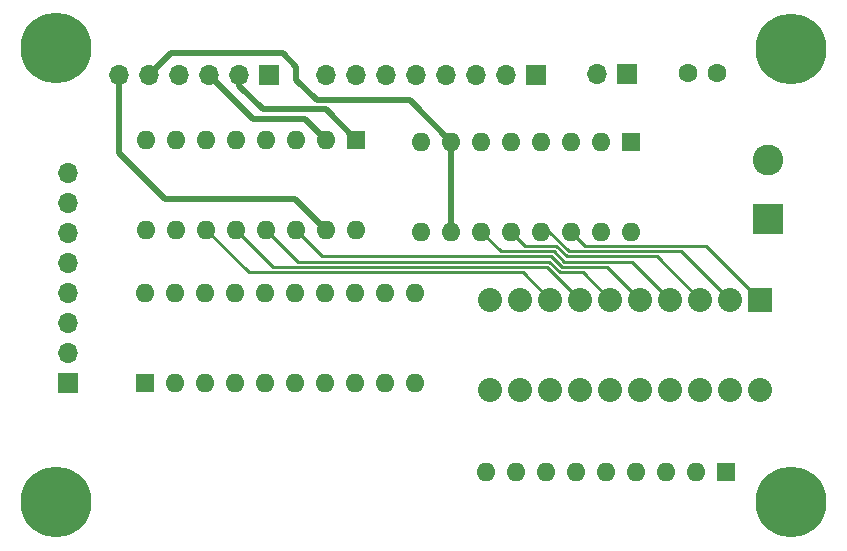
<source format=gbr>
%TF.GenerationSoftware,KiCad,Pcbnew,(5.1.9-0-10_14)*%
%TF.CreationDate,2021-06-19T00:06:11-04:00*%
%TF.ProjectId,COUNTER,434f554e-5445-4522-9e6b-696361645f70,rev?*%
%TF.SameCoordinates,Original*%
%TF.FileFunction,Copper,L2,Inr*%
%TF.FilePolarity,Positive*%
%FSLAX46Y46*%
G04 Gerber Fmt 4.6, Leading zero omitted, Abs format (unit mm)*
G04 Created by KiCad (PCBNEW (5.1.9-0-10_14)) date 2021-06-19 00:06:11*
%MOMM*%
%LPD*%
G01*
G04 APERTURE LIST*
%TA.AperFunction,ComponentPad*%
%ADD10O,1.700000X1.700000*%
%TD*%
%TA.AperFunction,ComponentPad*%
%ADD11R,1.700000X1.700000*%
%TD*%
%TA.AperFunction,ComponentPad*%
%ADD12C,0.800000*%
%TD*%
%TA.AperFunction,ComponentPad*%
%ADD13C,6.000000*%
%TD*%
%TA.AperFunction,ComponentPad*%
%ADD14O,1.600000X1.600000*%
%TD*%
%TA.AperFunction,ComponentPad*%
%ADD15R,1.600000X1.600000*%
%TD*%
%TA.AperFunction,ComponentPad*%
%ADD16C,2.032000*%
%TD*%
%TA.AperFunction,ComponentPad*%
%ADD17R,2.032000X2.032000*%
%TD*%
%TA.AperFunction,ComponentPad*%
%ADD18C,2.600000*%
%TD*%
%TA.AperFunction,ComponentPad*%
%ADD19R,2.600000X2.600000*%
%TD*%
%TA.AperFunction,ComponentPad*%
%ADD20C,1.600000*%
%TD*%
%TA.AperFunction,Conductor*%
%ADD21C,0.500000*%
%TD*%
%TA.AperFunction,Conductor*%
%ADD22C,0.250000*%
%TD*%
G04 APERTURE END LIST*
D10*
%TO.N,CARRY_OUT*%
%TO.C,J22*%
X85595500Y-36806000D03*
%TO.N,CE*%
X88135500Y-36806000D03*
%TO.N,OE*%
X90675500Y-36806000D03*
%TO.N,CLOCK*%
X93215500Y-36806000D03*
%TO.N,RESET*%
X95755500Y-36806000D03*
D11*
%TO.N,JUMP*%
X98295500Y-36806000D03*
%TD*%
D12*
%TO.N,N/C*%
%TO.C,REF\u002A\u002A*%
X144082490Y-71427510D03*
X142491500Y-70768500D03*
X140900510Y-71427510D03*
X140241500Y-73018500D03*
X140900510Y-74609490D03*
X142491500Y-75268500D03*
X144082490Y-74609490D03*
X144741500Y-73018500D03*
D13*
X142491500Y-73018500D03*
%TD*%
%TO.N,N/C*%
%TO.C,REF\u002A\u002A*%
X80191500Y-73008500D03*
D12*
X82441500Y-73008500D03*
X81782490Y-74599490D03*
X80191500Y-75258500D03*
X78600510Y-74599490D03*
X77941500Y-73008500D03*
X78600510Y-71417510D03*
X80191500Y-70758500D03*
X81782490Y-71417510D03*
%TD*%
D13*
%TO.N,N/C*%
%TO.C,REF\u002A\u002A*%
X142461500Y-34608500D03*
D12*
X144711500Y-34608500D03*
X144052490Y-36199490D03*
X142461500Y-36858500D03*
X140870510Y-36199490D03*
X140211500Y-34608500D03*
X140870510Y-33017510D03*
X142461500Y-32358500D03*
X144052490Y-33017510D03*
%TD*%
%TO.N,N/C*%
%TO.C,REF\u002A\u002A*%
X81782490Y-32957510D03*
X80191500Y-32298500D03*
X78600510Y-32957510D03*
X77941500Y-34548500D03*
X78600510Y-36139490D03*
X80191500Y-36798500D03*
X81782490Y-36139490D03*
X82441500Y-34548500D03*
D13*
X80191500Y-34548500D03*
%TD*%
D14*
%TO.N,Net-(BAR1-Pad13)*%
%TO.C,RN1*%
X116641500Y-70458500D03*
%TO.N,Net-(BAR1-Pad14)*%
X119181500Y-70458500D03*
%TO.N,Net-(BAR1-Pad15)*%
X121721500Y-70458500D03*
%TO.N,Net-(BAR1-Pad16)*%
X124261500Y-70458500D03*
%TO.N,Net-(BAR1-Pad17)*%
X126801500Y-70458500D03*
%TO.N,Net-(BAR1-Pad18)*%
X129341500Y-70458500D03*
%TO.N,Net-(BAR1-Pad19)*%
X131881500Y-70458500D03*
%TO.N,Net-(BAR1-Pad20)*%
X134421500Y-70458500D03*
D15*
%TO.N,GND*%
X136961500Y-70458500D03*
%TD*%
D16*
%TO.N,Net-(BAR1-Pad20)*%
%TO.C,BAR1*%
X139871500Y-63498500D03*
%TO.N,Net-(BAR1-Pad19)*%
X137331500Y-63498500D03*
%TO.N,Net-(BAR1-Pad18)*%
X134791500Y-63498500D03*
%TO.N,Net-(BAR1-Pad17)*%
X132251500Y-63498500D03*
%TO.N,Net-(BAR1-Pad9)*%
X119551500Y-55878500D03*
%TO.N,Net-(BAR1-Pad10)*%
X117011500Y-55878500D03*
%TO.N,Net-(BAR1-Pad11)*%
X117011500Y-63498500D03*
%TO.N,Net-(BAR1-Pad12)*%
X119551500Y-63498500D03*
%TO.N,B0*%
X122091500Y-55878500D03*
%TO.N,B1*%
X124631500Y-55878500D03*
%TO.N,B2*%
X127171500Y-55878500D03*
%TO.N,B3*%
X129711500Y-55878500D03*
%TO.N,Net-(BAR1-Pad16)*%
X129711500Y-63498500D03*
%TO.N,Net-(BAR1-Pad15)*%
X127171500Y-63498500D03*
%TO.N,Net-(BAR1-Pad14)*%
X124631500Y-63498500D03*
%TO.N,Net-(BAR1-Pad13)*%
X122091500Y-63498500D03*
%TO.N,B4*%
X132251500Y-55878500D03*
%TO.N,B5*%
X134791500Y-55878500D03*
%TO.N,B6*%
X137331500Y-55878500D03*
D17*
%TO.N,B7*%
X139871500Y-55878500D03*
%TD*%
D18*
%TO.N,VCC*%
%TO.C,J1*%
X140471500Y-43998500D03*
D19*
%TO.N,GND*%
X140471500Y-48998500D03*
%TD*%
D10*
%TO.N,D8*%
%TO.C,J23*%
X103121500Y-36806000D03*
%TO.N,D7*%
X105661500Y-36806000D03*
%TO.N,D6*%
X108201500Y-36806000D03*
%TO.N,D5*%
X110741500Y-36806000D03*
%TO.N,D4*%
X113281500Y-36806000D03*
%TO.N,D3*%
X115821500Y-36806000D03*
%TO.N,D2*%
X118361500Y-36806000D03*
D11*
%TO.N,D1*%
X120901500Y-36806000D03*
%TD*%
D10*
%TO.N,Y1*%
%TO.C,J24*%
X81244000Y-45168500D03*
%TO.N,Y2*%
X81244000Y-47708500D03*
%TO.N,Y3*%
X81244000Y-50248500D03*
%TO.N,Y4*%
X81244000Y-52788500D03*
%TO.N,Y5*%
X81244000Y-55328500D03*
%TO.N,Y6*%
X81244000Y-57868500D03*
%TO.N,Y7*%
X81244000Y-60408500D03*
D11*
%TO.N,Y8*%
X81244000Y-62948500D03*
%TD*%
D14*
%TO.N,VCC*%
%TO.C,U14*%
X128936000Y-50101500D03*
%TO.N,GND*%
X111156000Y-42481500D03*
%TO.N,Net-(U12-Pad10)*%
X126396000Y-50101500D03*
%TO.N,CE*%
X113696000Y-42481500D03*
%TO.N,B7*%
X123856000Y-50101500D03*
%TO.N,D4*%
X116236000Y-42481500D03*
%TO.N,B6*%
X121316000Y-50101500D03*
%TO.N,D3*%
X118776000Y-42481500D03*
%TO.N,B5*%
X118776000Y-50101500D03*
%TO.N,D2*%
X121316000Y-42481500D03*
%TO.N,B4*%
X116236000Y-50101500D03*
%TO.N,D1*%
X123856000Y-42481500D03*
%TO.N,CE*%
X113696000Y-50101500D03*
%TO.N,CLOCK*%
X126396000Y-42481500D03*
%TO.N,JUMP*%
X111156000Y-50101500D03*
D15*
%TO.N,RESET*%
X128936000Y-42481500D03*
%TD*%
D14*
%TO.N,VCC*%
%TO.C,U47*%
X87757000Y-55308500D03*
%TO.N,GND*%
X110617000Y-62928500D03*
%TO.N,OE*%
X90297000Y-55308500D03*
%TO.N,Y1*%
X108077000Y-62928500D03*
%TO.N,B0*%
X92837000Y-55308500D03*
%TO.N,Y2*%
X105537000Y-62928500D03*
%TO.N,B1*%
X95377000Y-55308500D03*
%TO.N,Y3*%
X102997000Y-62928500D03*
%TO.N,B2*%
X97917000Y-55308500D03*
%TO.N,Y4*%
X100457000Y-62928500D03*
%TO.N,B3*%
X100457000Y-55308500D03*
%TO.N,Y5*%
X97917000Y-62928500D03*
%TO.N,B4*%
X102997000Y-55308500D03*
%TO.N,Y6*%
X95377000Y-62928500D03*
%TO.N,B5*%
X105537000Y-55308500D03*
%TO.N,Y7*%
X92837000Y-62928500D03*
%TO.N,B6*%
X108077000Y-55308500D03*
%TO.N,Y8*%
X90297000Y-62928500D03*
%TO.N,B7*%
X110617000Y-55308500D03*
D15*
%TO.N,GND*%
X87757000Y-62928500D03*
%TD*%
D14*
%TO.N,VCC*%
%TO.C,U12*%
X105664000Y-49974500D03*
%TO.N,GND*%
X87884000Y-42354500D03*
%TO.N,CARRY_OUT*%
X103124000Y-49974500D03*
%TO.N,VCC*%
X90424000Y-42354500D03*
%TO.N,B3*%
X100584000Y-49974500D03*
%TO.N,D8*%
X92964000Y-42354500D03*
%TO.N,B2*%
X98044000Y-49974500D03*
%TO.N,D7*%
X95504000Y-42354500D03*
%TO.N,B1*%
X95504000Y-49974500D03*
%TO.N,D6*%
X98044000Y-42354500D03*
%TO.N,B0*%
X92964000Y-49974500D03*
%TO.N,D5*%
X100584000Y-42354500D03*
%TO.N,Net-(U12-Pad10)*%
X90424000Y-49974500D03*
%TO.N,CLOCK*%
X103124000Y-42354500D03*
%TO.N,JUMP*%
X87884000Y-49974500D03*
D15*
%TO.N,RESET*%
X105664000Y-42354500D03*
%TD*%
D10*
%TO.N,VCC*%
%TO.C,J10*%
X125989000Y-36719500D03*
D11*
%TO.N,GND*%
X128529000Y-36719500D03*
%TD*%
D20*
%TO.N,GND*%
%TO.C,C10*%
X136231500Y-36628500D03*
%TO.N,VCC*%
X133731500Y-36628500D03*
%TD*%
D21*
%TO.N,CE*%
X113696000Y-50101500D02*
X113696000Y-42481500D01*
X113696000Y-42481500D02*
X110193000Y-38978500D01*
X110193000Y-38978500D02*
X102341500Y-38978500D01*
X102341500Y-38978500D02*
X100581500Y-37218500D01*
X100581500Y-37218500D02*
X100581500Y-36158500D01*
X100581500Y-36158500D02*
X99431500Y-35008500D01*
X89933000Y-35008500D02*
X88135500Y-36806000D01*
X99431500Y-35008500D02*
X89933000Y-35008500D01*
%TO.N,CLOCK*%
X103124000Y-42354500D02*
X101288000Y-40518500D01*
X96928000Y-40518500D02*
X93215500Y-36806000D01*
X101288000Y-40518500D02*
X96928000Y-40518500D01*
%TO.N,RESET*%
X105664000Y-42354500D02*
X103058000Y-39748500D01*
X103058000Y-39748500D02*
X97711500Y-39748500D01*
X95755500Y-37792500D02*
X95755500Y-36806000D01*
X97711500Y-39748500D02*
X95755500Y-37792500D01*
D22*
%TO.N,B0*%
X122091500Y-55878500D02*
X119761500Y-53548500D01*
X96538000Y-53548500D02*
X92964000Y-49974500D01*
X119761500Y-53548500D02*
X96538000Y-53548500D01*
%TO.N,B1*%
X124631500Y-55878500D02*
X124601500Y-55878500D01*
X124601500Y-55878500D02*
X121801500Y-53078500D01*
X98608000Y-53078500D02*
X95504000Y-49974500D01*
X121801500Y-53078500D02*
X98608000Y-53078500D01*
%TO.N,B2*%
X122887910Y-53528500D02*
X121987900Y-52628489D01*
X100697989Y-52628489D02*
X98044000Y-49974500D01*
X127171500Y-55878500D02*
X124821500Y-53528500D01*
X124821500Y-53528500D02*
X122887910Y-53528500D01*
X121987900Y-52628489D02*
X100697989Y-52628489D01*
%TO.N,B3*%
X122174300Y-52178478D02*
X102787978Y-52178478D01*
X129711500Y-55878500D02*
X126911489Y-53078489D01*
X126911489Y-53078489D02*
X123074310Y-53078489D01*
X123074310Y-53078489D02*
X122174300Y-52178478D01*
X102787978Y-52178478D02*
X100584000Y-49974500D01*
%TO.N,B4*%
X117862967Y-51728467D02*
X116236000Y-50101500D01*
X132251500Y-55878500D02*
X129001478Y-52628478D01*
X129001478Y-52628478D02*
X123260710Y-52628478D01*
X123260710Y-52628478D02*
X122360700Y-51728467D01*
X122360700Y-51728467D02*
X117862967Y-51728467D01*
%TO.N,B5*%
X134791500Y-55878500D02*
X131091467Y-52178467D01*
X122547100Y-51278456D02*
X119952956Y-51278456D01*
X119952956Y-51278456D02*
X118776000Y-50101500D01*
X131091467Y-52178467D02*
X123447110Y-52178467D01*
X123447110Y-52178467D02*
X122547100Y-51278456D01*
%TO.N,B6*%
X123633509Y-51728456D02*
X122006553Y-50101500D01*
X122006553Y-50101500D02*
X121316000Y-50101500D01*
X133181456Y-51728456D02*
X123633509Y-51728456D01*
X137331500Y-55878500D02*
X133181456Y-51728456D01*
%TO.N,B7*%
X139871500Y-55878500D02*
X135271445Y-51278445D01*
X125032945Y-51278445D02*
X123856000Y-50101500D01*
X135271445Y-51278445D02*
X125032945Y-51278445D01*
D21*
%TO.N,CARRY_OUT*%
X85595500Y-36806000D02*
X85595500Y-43462500D01*
X85595500Y-43462500D02*
X89431500Y-47298500D01*
X100448000Y-47298500D02*
X103124000Y-49974500D01*
X89431500Y-47298500D02*
X100448000Y-47298500D01*
%TD*%
M02*

</source>
